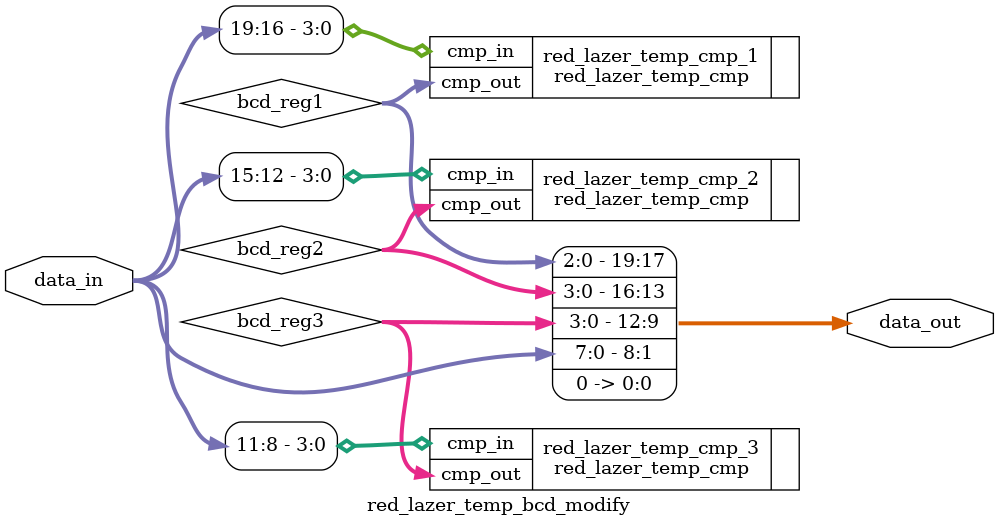
<source format=v>
`timescale 1ns / 1ps
module red_lazer_temp_bcd_modify(
	input [19:0] data_in,
	output [19:0] data_out 
    );
	
	wire [3:0] bcd_reg1,bcd_reg2,bcd_reg3;
	
	red_lazer_temp_cmp red_lazer_temp_cmp_1(
	.cmp_in(data_in[19:16]),
	.cmp_out(bcd_reg1)
    );
	
	red_lazer_temp_cmp red_lazer_temp_cmp_2(
	.cmp_in(data_in[15:12]),
	.cmp_out(bcd_reg2)
    );
	
	red_lazer_temp_cmp red_lazer_temp_cmp_3(
	.cmp_in(data_in[11:8]),
	.cmp_out(bcd_reg3)
    );
	
	assign data_out = {bcd_reg1[2:0],bcd_reg2,bcd_reg3,data_in[7:0],1'b0};


endmodule

</source>
